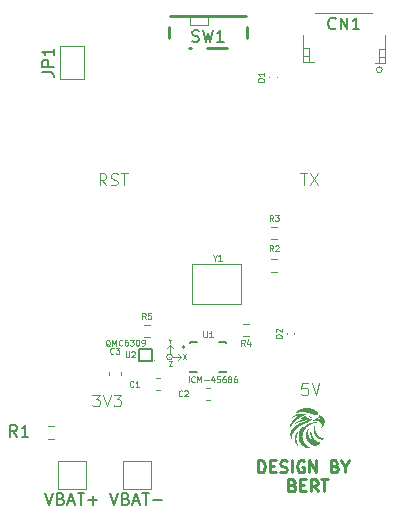
<source format=gto>
G04 #@! TF.GenerationSoftware,KiCad,Pcbnew,9.0.2*
G04 #@! TF.CreationDate,2025-06-20T18:51:20-07:00*
G04 #@! TF.ProjectId,slime_tracker,736c696d-655f-4747-9261-636b65722e6b,rev?*
G04 #@! TF.SameCoordinates,Original*
G04 #@! TF.FileFunction,Legend,Top*
G04 #@! TF.FilePolarity,Positive*
%FSLAX46Y46*%
G04 Gerber Fmt 4.6, Leading zero omitted, Abs format (unit mm)*
G04 Created by KiCad (PCBNEW 9.0.2) date 2025-06-20 18:51:20*
%MOMM*%
%LPD*%
G01*
G04 APERTURE LIST*
%ADD10C,0.100000*%
%ADD11C,0.250000*%
%ADD12C,0.125000*%
%ADD13C,0.150000*%
%ADD14C,0.050000*%
%ADD15C,0.120000*%
%ADD16C,0.200000*%
%ADD17C,0.127000*%
%ADD18C,0.170000*%
%ADD19C,0.000000*%
G04 APERTURE END LIST*
D10*
X138640000Y-95000000D02*
X142700000Y-95000000D01*
X138640000Y-91590000D02*
X138640000Y-95000000D01*
D11*
X144257143Y-109254675D02*
X144257143Y-108254675D01*
X144257143Y-108254675D02*
X144495238Y-108254675D01*
X144495238Y-108254675D02*
X144638095Y-108302294D01*
X144638095Y-108302294D02*
X144733333Y-108397532D01*
X144733333Y-108397532D02*
X144780952Y-108492770D01*
X144780952Y-108492770D02*
X144828571Y-108683246D01*
X144828571Y-108683246D02*
X144828571Y-108826103D01*
X144828571Y-108826103D02*
X144780952Y-109016579D01*
X144780952Y-109016579D02*
X144733333Y-109111817D01*
X144733333Y-109111817D02*
X144638095Y-109207056D01*
X144638095Y-109207056D02*
X144495238Y-109254675D01*
X144495238Y-109254675D02*
X144257143Y-109254675D01*
X145257143Y-108730865D02*
X145590476Y-108730865D01*
X145733333Y-109254675D02*
X145257143Y-109254675D01*
X145257143Y-109254675D02*
X145257143Y-108254675D01*
X145257143Y-108254675D02*
X145733333Y-108254675D01*
X146114286Y-109207056D02*
X146257143Y-109254675D01*
X146257143Y-109254675D02*
X146495238Y-109254675D01*
X146495238Y-109254675D02*
X146590476Y-109207056D01*
X146590476Y-109207056D02*
X146638095Y-109159436D01*
X146638095Y-109159436D02*
X146685714Y-109064198D01*
X146685714Y-109064198D02*
X146685714Y-108968960D01*
X146685714Y-108968960D02*
X146638095Y-108873722D01*
X146638095Y-108873722D02*
X146590476Y-108826103D01*
X146590476Y-108826103D02*
X146495238Y-108778484D01*
X146495238Y-108778484D02*
X146304762Y-108730865D01*
X146304762Y-108730865D02*
X146209524Y-108683246D01*
X146209524Y-108683246D02*
X146161905Y-108635627D01*
X146161905Y-108635627D02*
X146114286Y-108540389D01*
X146114286Y-108540389D02*
X146114286Y-108445151D01*
X146114286Y-108445151D02*
X146161905Y-108349913D01*
X146161905Y-108349913D02*
X146209524Y-108302294D01*
X146209524Y-108302294D02*
X146304762Y-108254675D01*
X146304762Y-108254675D02*
X146542857Y-108254675D01*
X146542857Y-108254675D02*
X146685714Y-108302294D01*
X147114286Y-109254675D02*
X147114286Y-108254675D01*
X148114285Y-108302294D02*
X148019047Y-108254675D01*
X148019047Y-108254675D02*
X147876190Y-108254675D01*
X147876190Y-108254675D02*
X147733333Y-108302294D01*
X147733333Y-108302294D02*
X147638095Y-108397532D01*
X147638095Y-108397532D02*
X147590476Y-108492770D01*
X147590476Y-108492770D02*
X147542857Y-108683246D01*
X147542857Y-108683246D02*
X147542857Y-108826103D01*
X147542857Y-108826103D02*
X147590476Y-109016579D01*
X147590476Y-109016579D02*
X147638095Y-109111817D01*
X147638095Y-109111817D02*
X147733333Y-109207056D01*
X147733333Y-109207056D02*
X147876190Y-109254675D01*
X147876190Y-109254675D02*
X147971428Y-109254675D01*
X147971428Y-109254675D02*
X148114285Y-109207056D01*
X148114285Y-109207056D02*
X148161904Y-109159436D01*
X148161904Y-109159436D02*
X148161904Y-108826103D01*
X148161904Y-108826103D02*
X147971428Y-108826103D01*
X148590476Y-109254675D02*
X148590476Y-108254675D01*
X148590476Y-108254675D02*
X149161904Y-109254675D01*
X149161904Y-109254675D02*
X149161904Y-108254675D01*
X150733333Y-108730865D02*
X150876190Y-108778484D01*
X150876190Y-108778484D02*
X150923809Y-108826103D01*
X150923809Y-108826103D02*
X150971428Y-108921341D01*
X150971428Y-108921341D02*
X150971428Y-109064198D01*
X150971428Y-109064198D02*
X150923809Y-109159436D01*
X150923809Y-109159436D02*
X150876190Y-109207056D01*
X150876190Y-109207056D02*
X150780952Y-109254675D01*
X150780952Y-109254675D02*
X150400000Y-109254675D01*
X150400000Y-109254675D02*
X150400000Y-108254675D01*
X150400000Y-108254675D02*
X150733333Y-108254675D01*
X150733333Y-108254675D02*
X150828571Y-108302294D01*
X150828571Y-108302294D02*
X150876190Y-108349913D01*
X150876190Y-108349913D02*
X150923809Y-108445151D01*
X150923809Y-108445151D02*
X150923809Y-108540389D01*
X150923809Y-108540389D02*
X150876190Y-108635627D01*
X150876190Y-108635627D02*
X150828571Y-108683246D01*
X150828571Y-108683246D02*
X150733333Y-108730865D01*
X150733333Y-108730865D02*
X150400000Y-108730865D01*
X151590476Y-108778484D02*
X151590476Y-109254675D01*
X151257143Y-108254675D02*
X151590476Y-108778484D01*
X151590476Y-108778484D02*
X151923809Y-108254675D01*
X147138095Y-110340809D02*
X147280952Y-110388428D01*
X147280952Y-110388428D02*
X147328571Y-110436047D01*
X147328571Y-110436047D02*
X147376190Y-110531285D01*
X147376190Y-110531285D02*
X147376190Y-110674142D01*
X147376190Y-110674142D02*
X147328571Y-110769380D01*
X147328571Y-110769380D02*
X147280952Y-110817000D01*
X147280952Y-110817000D02*
X147185714Y-110864619D01*
X147185714Y-110864619D02*
X146804762Y-110864619D01*
X146804762Y-110864619D02*
X146804762Y-109864619D01*
X146804762Y-109864619D02*
X147138095Y-109864619D01*
X147138095Y-109864619D02*
X147233333Y-109912238D01*
X147233333Y-109912238D02*
X147280952Y-109959857D01*
X147280952Y-109959857D02*
X147328571Y-110055095D01*
X147328571Y-110055095D02*
X147328571Y-110150333D01*
X147328571Y-110150333D02*
X147280952Y-110245571D01*
X147280952Y-110245571D02*
X147233333Y-110293190D01*
X147233333Y-110293190D02*
X147138095Y-110340809D01*
X147138095Y-110340809D02*
X146804762Y-110340809D01*
X147804762Y-110340809D02*
X148138095Y-110340809D01*
X148280952Y-110864619D02*
X147804762Y-110864619D01*
X147804762Y-110864619D02*
X147804762Y-109864619D01*
X147804762Y-109864619D02*
X148280952Y-109864619D01*
X149280952Y-110864619D02*
X148947619Y-110388428D01*
X148709524Y-110864619D02*
X148709524Y-109864619D01*
X148709524Y-109864619D02*
X149090476Y-109864619D01*
X149090476Y-109864619D02*
X149185714Y-109912238D01*
X149185714Y-109912238D02*
X149233333Y-109959857D01*
X149233333Y-109959857D02*
X149280952Y-110055095D01*
X149280952Y-110055095D02*
X149280952Y-110197952D01*
X149280952Y-110197952D02*
X149233333Y-110293190D01*
X149233333Y-110293190D02*
X149185714Y-110340809D01*
X149185714Y-110340809D02*
X149090476Y-110388428D01*
X149090476Y-110388428D02*
X148709524Y-110388428D01*
X149566667Y-109864619D02*
X150138095Y-109864619D01*
X149852381Y-110864619D02*
X149852381Y-109864619D01*
D12*
X140561905Y-91086714D02*
X140561905Y-91324809D01*
X140395239Y-90824809D02*
X140561905Y-91086714D01*
X140561905Y-91086714D02*
X140728572Y-90824809D01*
X141157143Y-91324809D02*
X140871429Y-91324809D01*
X141014286Y-91324809D02*
X141014286Y-90824809D01*
X141014286Y-90824809D02*
X140966667Y-90896238D01*
X140966667Y-90896238D02*
X140919048Y-90943857D01*
X140919048Y-90943857D02*
X140871429Y-90967666D01*
D10*
X147821027Y-83947419D02*
X148392455Y-83947419D01*
X148106741Y-84947419D02*
X148106741Y-83947419D01*
X148630551Y-83947419D02*
X149297217Y-84947419D01*
X149297217Y-83947419D02*
X148630551Y-84947419D01*
X130208646Y-102672419D02*
X130827693Y-102672419D01*
X130827693Y-102672419D02*
X130494360Y-103053371D01*
X130494360Y-103053371D02*
X130637217Y-103053371D01*
X130637217Y-103053371D02*
X130732455Y-103100990D01*
X130732455Y-103100990D02*
X130780074Y-103148609D01*
X130780074Y-103148609D02*
X130827693Y-103243847D01*
X130827693Y-103243847D02*
X130827693Y-103481942D01*
X130827693Y-103481942D02*
X130780074Y-103577180D01*
X130780074Y-103577180D02*
X130732455Y-103624800D01*
X130732455Y-103624800D02*
X130637217Y-103672419D01*
X130637217Y-103672419D02*
X130351503Y-103672419D01*
X130351503Y-103672419D02*
X130256265Y-103624800D01*
X130256265Y-103624800D02*
X130208646Y-103577180D01*
X131113408Y-102672419D02*
X131446741Y-103672419D01*
X131446741Y-103672419D02*
X131780074Y-102672419D01*
X132018170Y-102672419D02*
X132637217Y-102672419D01*
X132637217Y-102672419D02*
X132303884Y-103053371D01*
X132303884Y-103053371D02*
X132446741Y-103053371D01*
X132446741Y-103053371D02*
X132541979Y-103100990D01*
X132541979Y-103100990D02*
X132589598Y-103148609D01*
X132589598Y-103148609D02*
X132637217Y-103243847D01*
X132637217Y-103243847D02*
X132637217Y-103481942D01*
X132637217Y-103481942D02*
X132589598Y-103577180D01*
X132589598Y-103577180D02*
X132541979Y-103624800D01*
X132541979Y-103624800D02*
X132446741Y-103672419D01*
X132446741Y-103672419D02*
X132161027Y-103672419D01*
X132161027Y-103672419D02*
X132065789Y-103624800D01*
X132065789Y-103624800D02*
X132018170Y-103577180D01*
X131390312Y-84947419D02*
X131056979Y-84471228D01*
X130818884Y-84947419D02*
X130818884Y-83947419D01*
X130818884Y-83947419D02*
X131199836Y-83947419D01*
X131199836Y-83947419D02*
X131295074Y-83995038D01*
X131295074Y-83995038D02*
X131342693Y-84042657D01*
X131342693Y-84042657D02*
X131390312Y-84137895D01*
X131390312Y-84137895D02*
X131390312Y-84280752D01*
X131390312Y-84280752D02*
X131342693Y-84375990D01*
X131342693Y-84375990D02*
X131295074Y-84423609D01*
X131295074Y-84423609D02*
X131199836Y-84471228D01*
X131199836Y-84471228D02*
X130818884Y-84471228D01*
X131771265Y-84899800D02*
X131914122Y-84947419D01*
X131914122Y-84947419D02*
X132152217Y-84947419D01*
X132152217Y-84947419D02*
X132247455Y-84899800D01*
X132247455Y-84899800D02*
X132295074Y-84852180D01*
X132295074Y-84852180D02*
X132342693Y-84756942D01*
X132342693Y-84756942D02*
X132342693Y-84661704D01*
X132342693Y-84661704D02*
X132295074Y-84566466D01*
X132295074Y-84566466D02*
X132247455Y-84518847D01*
X132247455Y-84518847D02*
X132152217Y-84471228D01*
X132152217Y-84471228D02*
X131961741Y-84423609D01*
X131961741Y-84423609D02*
X131866503Y-84375990D01*
X131866503Y-84375990D02*
X131818884Y-84328371D01*
X131818884Y-84328371D02*
X131771265Y-84233133D01*
X131771265Y-84233133D02*
X131771265Y-84137895D01*
X131771265Y-84137895D02*
X131818884Y-84042657D01*
X131818884Y-84042657D02*
X131866503Y-83995038D01*
X131866503Y-83995038D02*
X131961741Y-83947419D01*
X131961741Y-83947419D02*
X132199836Y-83947419D01*
X132199836Y-83947419D02*
X132342693Y-83995038D01*
X132628408Y-83947419D02*
X133199836Y-83947419D01*
X132914122Y-84947419D02*
X132914122Y-83947419D01*
X148440074Y-101727419D02*
X147963884Y-101727419D01*
X147963884Y-101727419D02*
X147916265Y-102203609D01*
X147916265Y-102203609D02*
X147963884Y-102155990D01*
X147963884Y-102155990D02*
X148059122Y-102108371D01*
X148059122Y-102108371D02*
X148297217Y-102108371D01*
X148297217Y-102108371D02*
X148392455Y-102155990D01*
X148392455Y-102155990D02*
X148440074Y-102203609D01*
X148440074Y-102203609D02*
X148487693Y-102298847D01*
X148487693Y-102298847D02*
X148487693Y-102536942D01*
X148487693Y-102536942D02*
X148440074Y-102632180D01*
X148440074Y-102632180D02*
X148392455Y-102679800D01*
X148392455Y-102679800D02*
X148297217Y-102727419D01*
X148297217Y-102727419D02*
X148059122Y-102727419D01*
X148059122Y-102727419D02*
X147963884Y-102679800D01*
X147963884Y-102679800D02*
X147916265Y-102632180D01*
X148773408Y-101727419D02*
X149106741Y-102727419D01*
X149106741Y-102727419D02*
X149440074Y-101727419D01*
D13*
X131738095Y-111004819D02*
X132071428Y-112004819D01*
X132071428Y-112004819D02*
X132404761Y-111004819D01*
X133071428Y-111481009D02*
X133214285Y-111528628D01*
X133214285Y-111528628D02*
X133261904Y-111576247D01*
X133261904Y-111576247D02*
X133309523Y-111671485D01*
X133309523Y-111671485D02*
X133309523Y-111814342D01*
X133309523Y-111814342D02*
X133261904Y-111909580D01*
X133261904Y-111909580D02*
X133214285Y-111957200D01*
X133214285Y-111957200D02*
X133119047Y-112004819D01*
X133119047Y-112004819D02*
X132738095Y-112004819D01*
X132738095Y-112004819D02*
X132738095Y-111004819D01*
X132738095Y-111004819D02*
X133071428Y-111004819D01*
X133071428Y-111004819D02*
X133166666Y-111052438D01*
X133166666Y-111052438D02*
X133214285Y-111100057D01*
X133214285Y-111100057D02*
X133261904Y-111195295D01*
X133261904Y-111195295D02*
X133261904Y-111290533D01*
X133261904Y-111290533D02*
X133214285Y-111385771D01*
X133214285Y-111385771D02*
X133166666Y-111433390D01*
X133166666Y-111433390D02*
X133071428Y-111481009D01*
X133071428Y-111481009D02*
X132738095Y-111481009D01*
X133690476Y-111719104D02*
X134166666Y-111719104D01*
X133595238Y-112004819D02*
X133928571Y-111004819D01*
X133928571Y-111004819D02*
X134261904Y-112004819D01*
X134452381Y-111004819D02*
X135023809Y-111004819D01*
X134738095Y-112004819D02*
X134738095Y-111004819D01*
X135357143Y-111623866D02*
X136119048Y-111623866D01*
X123833333Y-106254819D02*
X123500000Y-105778628D01*
X123261905Y-106254819D02*
X123261905Y-105254819D01*
X123261905Y-105254819D02*
X123642857Y-105254819D01*
X123642857Y-105254819D02*
X123738095Y-105302438D01*
X123738095Y-105302438D02*
X123785714Y-105350057D01*
X123785714Y-105350057D02*
X123833333Y-105445295D01*
X123833333Y-105445295D02*
X123833333Y-105588152D01*
X123833333Y-105588152D02*
X123785714Y-105683390D01*
X123785714Y-105683390D02*
X123738095Y-105731009D01*
X123738095Y-105731009D02*
X123642857Y-105778628D01*
X123642857Y-105778628D02*
X123261905Y-105778628D01*
X124785714Y-106254819D02*
X124214286Y-106254819D01*
X124500000Y-106254819D02*
X124500000Y-105254819D01*
X124500000Y-105254819D02*
X124404762Y-105397676D01*
X124404762Y-105397676D02*
X124309524Y-105492914D01*
X124309524Y-105492914D02*
X124214286Y-105540533D01*
D12*
X145504166Y-90544809D02*
X145337500Y-90306714D01*
X145218452Y-90544809D02*
X145218452Y-90044809D01*
X145218452Y-90044809D02*
X145408928Y-90044809D01*
X145408928Y-90044809D02*
X145456547Y-90068619D01*
X145456547Y-90068619D02*
X145480357Y-90092428D01*
X145480357Y-90092428D02*
X145504166Y-90140047D01*
X145504166Y-90140047D02*
X145504166Y-90211476D01*
X145504166Y-90211476D02*
X145480357Y-90259095D01*
X145480357Y-90259095D02*
X145456547Y-90282904D01*
X145456547Y-90282904D02*
X145408928Y-90306714D01*
X145408928Y-90306714D02*
X145218452Y-90306714D01*
X145694643Y-90092428D02*
X145718452Y-90068619D01*
X145718452Y-90068619D02*
X145766071Y-90044809D01*
X145766071Y-90044809D02*
X145885119Y-90044809D01*
X145885119Y-90044809D02*
X145932738Y-90068619D01*
X145932738Y-90068619D02*
X145956547Y-90092428D01*
X145956547Y-90092428D02*
X145980357Y-90140047D01*
X145980357Y-90140047D02*
X145980357Y-90187666D01*
X145980357Y-90187666D02*
X145956547Y-90259095D01*
X145956547Y-90259095D02*
X145670833Y-90544809D01*
X145670833Y-90544809D02*
X145980357Y-90544809D01*
X145504166Y-87974809D02*
X145337500Y-87736714D01*
X145218452Y-87974809D02*
X145218452Y-87474809D01*
X145218452Y-87474809D02*
X145408928Y-87474809D01*
X145408928Y-87474809D02*
X145456547Y-87498619D01*
X145456547Y-87498619D02*
X145480357Y-87522428D01*
X145480357Y-87522428D02*
X145504166Y-87570047D01*
X145504166Y-87570047D02*
X145504166Y-87641476D01*
X145504166Y-87641476D02*
X145480357Y-87689095D01*
X145480357Y-87689095D02*
X145456547Y-87712904D01*
X145456547Y-87712904D02*
X145408928Y-87736714D01*
X145408928Y-87736714D02*
X145218452Y-87736714D01*
X145670833Y-87474809D02*
X145980357Y-87474809D01*
X145980357Y-87474809D02*
X145813690Y-87665285D01*
X145813690Y-87665285D02*
X145885119Y-87665285D01*
X145885119Y-87665285D02*
X145932738Y-87689095D01*
X145932738Y-87689095D02*
X145956547Y-87712904D01*
X145956547Y-87712904D02*
X145980357Y-87760523D01*
X145980357Y-87760523D02*
X145980357Y-87879571D01*
X145980357Y-87879571D02*
X145956547Y-87927190D01*
X145956547Y-87927190D02*
X145932738Y-87951000D01*
X145932738Y-87951000D02*
X145885119Y-87974809D01*
X145885119Y-87974809D02*
X145742262Y-87974809D01*
X145742262Y-87974809D02*
X145694643Y-87951000D01*
X145694643Y-87951000D02*
X145670833Y-87927190D01*
X143116666Y-98534809D02*
X142950000Y-98296714D01*
X142830952Y-98534809D02*
X142830952Y-98034809D01*
X142830952Y-98034809D02*
X143021428Y-98034809D01*
X143021428Y-98034809D02*
X143069047Y-98058619D01*
X143069047Y-98058619D02*
X143092857Y-98082428D01*
X143092857Y-98082428D02*
X143116666Y-98130047D01*
X143116666Y-98130047D02*
X143116666Y-98201476D01*
X143116666Y-98201476D02*
X143092857Y-98249095D01*
X143092857Y-98249095D02*
X143069047Y-98272904D01*
X143069047Y-98272904D02*
X143021428Y-98296714D01*
X143021428Y-98296714D02*
X142830952Y-98296714D01*
X143545238Y-98201476D02*
X143545238Y-98534809D01*
X143426190Y-98011000D02*
X143307143Y-98368142D01*
X143307143Y-98368142D02*
X143616666Y-98368142D01*
X134729166Y-96274809D02*
X134562500Y-96036714D01*
X134443452Y-96274809D02*
X134443452Y-95774809D01*
X134443452Y-95774809D02*
X134633928Y-95774809D01*
X134633928Y-95774809D02*
X134681547Y-95798619D01*
X134681547Y-95798619D02*
X134705357Y-95822428D01*
X134705357Y-95822428D02*
X134729166Y-95870047D01*
X134729166Y-95870047D02*
X134729166Y-95941476D01*
X134729166Y-95941476D02*
X134705357Y-95989095D01*
X134705357Y-95989095D02*
X134681547Y-96012904D01*
X134681547Y-96012904D02*
X134633928Y-96036714D01*
X134633928Y-96036714D02*
X134443452Y-96036714D01*
X135181547Y-95774809D02*
X134943452Y-95774809D01*
X134943452Y-95774809D02*
X134919643Y-96012904D01*
X134919643Y-96012904D02*
X134943452Y-95989095D01*
X134943452Y-95989095D02*
X134991071Y-95965285D01*
X134991071Y-95965285D02*
X135110119Y-95965285D01*
X135110119Y-95965285D02*
X135157738Y-95989095D01*
X135157738Y-95989095D02*
X135181547Y-96012904D01*
X135181547Y-96012904D02*
X135205357Y-96060523D01*
X135205357Y-96060523D02*
X135205357Y-96179571D01*
X135205357Y-96179571D02*
X135181547Y-96227190D01*
X135181547Y-96227190D02*
X135157738Y-96251000D01*
X135157738Y-96251000D02*
X135110119Y-96274809D01*
X135110119Y-96274809D02*
X134991071Y-96274809D01*
X134991071Y-96274809D02*
X134943452Y-96251000D01*
X134943452Y-96251000D02*
X134919643Y-96227190D01*
D13*
X138666667Y-72767200D02*
X138809524Y-72814819D01*
X138809524Y-72814819D02*
X139047619Y-72814819D01*
X139047619Y-72814819D02*
X139142857Y-72767200D01*
X139142857Y-72767200D02*
X139190476Y-72719580D01*
X139190476Y-72719580D02*
X139238095Y-72624342D01*
X139238095Y-72624342D02*
X139238095Y-72529104D01*
X139238095Y-72529104D02*
X139190476Y-72433866D01*
X139190476Y-72433866D02*
X139142857Y-72386247D01*
X139142857Y-72386247D02*
X139047619Y-72338628D01*
X139047619Y-72338628D02*
X138857143Y-72291009D01*
X138857143Y-72291009D02*
X138761905Y-72243390D01*
X138761905Y-72243390D02*
X138714286Y-72195771D01*
X138714286Y-72195771D02*
X138666667Y-72100533D01*
X138666667Y-72100533D02*
X138666667Y-72005295D01*
X138666667Y-72005295D02*
X138714286Y-71910057D01*
X138714286Y-71910057D02*
X138761905Y-71862438D01*
X138761905Y-71862438D02*
X138857143Y-71814819D01*
X138857143Y-71814819D02*
X139095238Y-71814819D01*
X139095238Y-71814819D02*
X139238095Y-71862438D01*
X139571429Y-71814819D02*
X139809524Y-72814819D01*
X139809524Y-72814819D02*
X140000000Y-72100533D01*
X140000000Y-72100533D02*
X140190476Y-72814819D01*
X140190476Y-72814819D02*
X140428572Y-71814819D01*
X141333333Y-72814819D02*
X140761905Y-72814819D01*
X141047619Y-72814819D02*
X141047619Y-71814819D01*
X141047619Y-71814819D02*
X140952381Y-71957676D01*
X140952381Y-71957676D02*
X140857143Y-72052914D01*
X140857143Y-72052914D02*
X140761905Y-72100533D01*
D12*
X139619047Y-97324809D02*
X139619047Y-97729571D01*
X139619047Y-97729571D02*
X139642857Y-97777190D01*
X139642857Y-97777190D02*
X139666666Y-97801000D01*
X139666666Y-97801000D02*
X139714285Y-97824809D01*
X139714285Y-97824809D02*
X139809523Y-97824809D01*
X139809523Y-97824809D02*
X139857142Y-97801000D01*
X139857142Y-97801000D02*
X139880952Y-97777190D01*
X139880952Y-97777190D02*
X139904761Y-97729571D01*
X139904761Y-97729571D02*
X139904761Y-97324809D01*
X140404762Y-97824809D02*
X140119048Y-97824809D01*
X140261905Y-97824809D02*
X140261905Y-97324809D01*
X140261905Y-97324809D02*
X140214286Y-97396238D01*
X140214286Y-97396238D02*
X140166667Y-97443857D01*
X140166667Y-97443857D02*
X140119048Y-97467666D01*
X138364286Y-101624809D02*
X138364286Y-101124809D01*
X138888095Y-101577190D02*
X138864286Y-101601000D01*
X138864286Y-101601000D02*
X138792857Y-101624809D01*
X138792857Y-101624809D02*
X138745238Y-101624809D01*
X138745238Y-101624809D02*
X138673810Y-101601000D01*
X138673810Y-101601000D02*
X138626191Y-101553380D01*
X138626191Y-101553380D02*
X138602381Y-101505761D01*
X138602381Y-101505761D02*
X138578572Y-101410523D01*
X138578572Y-101410523D02*
X138578572Y-101339095D01*
X138578572Y-101339095D02*
X138602381Y-101243857D01*
X138602381Y-101243857D02*
X138626191Y-101196238D01*
X138626191Y-101196238D02*
X138673810Y-101148619D01*
X138673810Y-101148619D02*
X138745238Y-101124809D01*
X138745238Y-101124809D02*
X138792857Y-101124809D01*
X138792857Y-101124809D02*
X138864286Y-101148619D01*
X138864286Y-101148619D02*
X138888095Y-101172428D01*
X139102381Y-101624809D02*
X139102381Y-101124809D01*
X139102381Y-101124809D02*
X139269048Y-101481952D01*
X139269048Y-101481952D02*
X139435714Y-101124809D01*
X139435714Y-101124809D02*
X139435714Y-101624809D01*
X139673810Y-101434333D02*
X140054763Y-101434333D01*
X140507144Y-101291476D02*
X140507144Y-101624809D01*
X140388096Y-101101000D02*
X140269049Y-101458142D01*
X140269049Y-101458142D02*
X140578572Y-101458142D01*
X141007143Y-101124809D02*
X140769048Y-101124809D01*
X140769048Y-101124809D02*
X140745239Y-101362904D01*
X140745239Y-101362904D02*
X140769048Y-101339095D01*
X140769048Y-101339095D02*
X140816667Y-101315285D01*
X140816667Y-101315285D02*
X140935715Y-101315285D01*
X140935715Y-101315285D02*
X140983334Y-101339095D01*
X140983334Y-101339095D02*
X141007143Y-101362904D01*
X141007143Y-101362904D02*
X141030953Y-101410523D01*
X141030953Y-101410523D02*
X141030953Y-101529571D01*
X141030953Y-101529571D02*
X141007143Y-101577190D01*
X141007143Y-101577190D02*
X140983334Y-101601000D01*
X140983334Y-101601000D02*
X140935715Y-101624809D01*
X140935715Y-101624809D02*
X140816667Y-101624809D01*
X140816667Y-101624809D02*
X140769048Y-101601000D01*
X140769048Y-101601000D02*
X140745239Y-101577190D01*
X141459524Y-101124809D02*
X141364286Y-101124809D01*
X141364286Y-101124809D02*
X141316667Y-101148619D01*
X141316667Y-101148619D02*
X141292857Y-101172428D01*
X141292857Y-101172428D02*
X141245238Y-101243857D01*
X141245238Y-101243857D02*
X141221429Y-101339095D01*
X141221429Y-101339095D02*
X141221429Y-101529571D01*
X141221429Y-101529571D02*
X141245238Y-101577190D01*
X141245238Y-101577190D02*
X141269048Y-101601000D01*
X141269048Y-101601000D02*
X141316667Y-101624809D01*
X141316667Y-101624809D02*
X141411905Y-101624809D01*
X141411905Y-101624809D02*
X141459524Y-101601000D01*
X141459524Y-101601000D02*
X141483333Y-101577190D01*
X141483333Y-101577190D02*
X141507143Y-101529571D01*
X141507143Y-101529571D02*
X141507143Y-101410523D01*
X141507143Y-101410523D02*
X141483333Y-101362904D01*
X141483333Y-101362904D02*
X141459524Y-101339095D01*
X141459524Y-101339095D02*
X141411905Y-101315285D01*
X141411905Y-101315285D02*
X141316667Y-101315285D01*
X141316667Y-101315285D02*
X141269048Y-101339095D01*
X141269048Y-101339095D02*
X141245238Y-101362904D01*
X141245238Y-101362904D02*
X141221429Y-101410523D01*
X141792857Y-101339095D02*
X141745238Y-101315285D01*
X141745238Y-101315285D02*
X141721428Y-101291476D01*
X141721428Y-101291476D02*
X141697619Y-101243857D01*
X141697619Y-101243857D02*
X141697619Y-101220047D01*
X141697619Y-101220047D02*
X141721428Y-101172428D01*
X141721428Y-101172428D02*
X141745238Y-101148619D01*
X141745238Y-101148619D02*
X141792857Y-101124809D01*
X141792857Y-101124809D02*
X141888095Y-101124809D01*
X141888095Y-101124809D02*
X141935714Y-101148619D01*
X141935714Y-101148619D02*
X141959523Y-101172428D01*
X141959523Y-101172428D02*
X141983333Y-101220047D01*
X141983333Y-101220047D02*
X141983333Y-101243857D01*
X141983333Y-101243857D02*
X141959523Y-101291476D01*
X141959523Y-101291476D02*
X141935714Y-101315285D01*
X141935714Y-101315285D02*
X141888095Y-101339095D01*
X141888095Y-101339095D02*
X141792857Y-101339095D01*
X141792857Y-101339095D02*
X141745238Y-101362904D01*
X141745238Y-101362904D02*
X141721428Y-101386714D01*
X141721428Y-101386714D02*
X141697619Y-101434333D01*
X141697619Y-101434333D02*
X141697619Y-101529571D01*
X141697619Y-101529571D02*
X141721428Y-101577190D01*
X141721428Y-101577190D02*
X141745238Y-101601000D01*
X141745238Y-101601000D02*
X141792857Y-101624809D01*
X141792857Y-101624809D02*
X141888095Y-101624809D01*
X141888095Y-101624809D02*
X141935714Y-101601000D01*
X141935714Y-101601000D02*
X141959523Y-101577190D01*
X141959523Y-101577190D02*
X141983333Y-101529571D01*
X141983333Y-101529571D02*
X141983333Y-101434333D01*
X141983333Y-101434333D02*
X141959523Y-101386714D01*
X141959523Y-101386714D02*
X141935714Y-101362904D01*
X141935714Y-101362904D02*
X141888095Y-101339095D01*
X142411904Y-101124809D02*
X142316666Y-101124809D01*
X142316666Y-101124809D02*
X142269047Y-101148619D01*
X142269047Y-101148619D02*
X142245237Y-101172428D01*
X142245237Y-101172428D02*
X142197618Y-101243857D01*
X142197618Y-101243857D02*
X142173809Y-101339095D01*
X142173809Y-101339095D02*
X142173809Y-101529571D01*
X142173809Y-101529571D02*
X142197618Y-101577190D01*
X142197618Y-101577190D02*
X142221428Y-101601000D01*
X142221428Y-101601000D02*
X142269047Y-101624809D01*
X142269047Y-101624809D02*
X142364285Y-101624809D01*
X142364285Y-101624809D02*
X142411904Y-101601000D01*
X142411904Y-101601000D02*
X142435713Y-101577190D01*
X142435713Y-101577190D02*
X142459523Y-101529571D01*
X142459523Y-101529571D02*
X142459523Y-101410523D01*
X142459523Y-101410523D02*
X142435713Y-101362904D01*
X142435713Y-101362904D02*
X142411904Y-101339095D01*
X142411904Y-101339095D02*
X142364285Y-101315285D01*
X142364285Y-101315285D02*
X142269047Y-101315285D01*
X142269047Y-101315285D02*
X142221428Y-101339095D01*
X142221428Y-101339095D02*
X142197618Y-101362904D01*
X142197618Y-101362904D02*
X142173809Y-101410523D01*
D14*
X137890036Y-99248447D02*
X138156703Y-99648447D01*
X138156703Y-99248447D02*
X137890036Y-99648447D01*
X136690036Y-99848447D02*
X136956703Y-99848447D01*
X136956703Y-99848447D02*
X136690036Y-100248447D01*
X136690036Y-100248447D02*
X136956703Y-100248447D01*
X136804322Y-98157971D02*
X136804322Y-98348447D01*
X136670989Y-97948447D02*
X136804322Y-98157971D01*
X136804322Y-98157971D02*
X136937655Y-97948447D01*
D12*
X133691666Y-101977190D02*
X133667857Y-102001000D01*
X133667857Y-102001000D02*
X133596428Y-102024809D01*
X133596428Y-102024809D02*
X133548809Y-102024809D01*
X133548809Y-102024809D02*
X133477381Y-102001000D01*
X133477381Y-102001000D02*
X133429762Y-101953380D01*
X133429762Y-101953380D02*
X133405952Y-101905761D01*
X133405952Y-101905761D02*
X133382143Y-101810523D01*
X133382143Y-101810523D02*
X133382143Y-101739095D01*
X133382143Y-101739095D02*
X133405952Y-101643857D01*
X133405952Y-101643857D02*
X133429762Y-101596238D01*
X133429762Y-101596238D02*
X133477381Y-101548619D01*
X133477381Y-101548619D02*
X133548809Y-101524809D01*
X133548809Y-101524809D02*
X133596428Y-101524809D01*
X133596428Y-101524809D02*
X133667857Y-101548619D01*
X133667857Y-101548619D02*
X133691666Y-101572428D01*
X134167857Y-102024809D02*
X133882143Y-102024809D01*
X134025000Y-102024809D02*
X134025000Y-101524809D01*
X134025000Y-101524809D02*
X133977381Y-101596238D01*
X133977381Y-101596238D02*
X133929762Y-101643857D01*
X133929762Y-101643857D02*
X133882143Y-101667666D01*
X137816666Y-102777190D02*
X137792857Y-102801000D01*
X137792857Y-102801000D02*
X137721428Y-102824809D01*
X137721428Y-102824809D02*
X137673809Y-102824809D01*
X137673809Y-102824809D02*
X137602381Y-102801000D01*
X137602381Y-102801000D02*
X137554762Y-102753380D01*
X137554762Y-102753380D02*
X137530952Y-102705761D01*
X137530952Y-102705761D02*
X137507143Y-102610523D01*
X137507143Y-102610523D02*
X137507143Y-102539095D01*
X137507143Y-102539095D02*
X137530952Y-102443857D01*
X137530952Y-102443857D02*
X137554762Y-102396238D01*
X137554762Y-102396238D02*
X137602381Y-102348619D01*
X137602381Y-102348619D02*
X137673809Y-102324809D01*
X137673809Y-102324809D02*
X137721428Y-102324809D01*
X137721428Y-102324809D02*
X137792857Y-102348619D01*
X137792857Y-102348619D02*
X137816666Y-102372428D01*
X138007143Y-102372428D02*
X138030952Y-102348619D01*
X138030952Y-102348619D02*
X138078571Y-102324809D01*
X138078571Y-102324809D02*
X138197619Y-102324809D01*
X138197619Y-102324809D02*
X138245238Y-102348619D01*
X138245238Y-102348619D02*
X138269047Y-102372428D01*
X138269047Y-102372428D02*
X138292857Y-102420047D01*
X138292857Y-102420047D02*
X138292857Y-102467666D01*
X138292857Y-102467666D02*
X138269047Y-102539095D01*
X138269047Y-102539095D02*
X137983333Y-102824809D01*
X137983333Y-102824809D02*
X138292857Y-102824809D01*
X132016666Y-99177190D02*
X131992857Y-99201000D01*
X131992857Y-99201000D02*
X131921428Y-99224809D01*
X131921428Y-99224809D02*
X131873809Y-99224809D01*
X131873809Y-99224809D02*
X131802381Y-99201000D01*
X131802381Y-99201000D02*
X131754762Y-99153380D01*
X131754762Y-99153380D02*
X131730952Y-99105761D01*
X131730952Y-99105761D02*
X131707143Y-99010523D01*
X131707143Y-99010523D02*
X131707143Y-98939095D01*
X131707143Y-98939095D02*
X131730952Y-98843857D01*
X131730952Y-98843857D02*
X131754762Y-98796238D01*
X131754762Y-98796238D02*
X131802381Y-98748619D01*
X131802381Y-98748619D02*
X131873809Y-98724809D01*
X131873809Y-98724809D02*
X131921428Y-98724809D01*
X131921428Y-98724809D02*
X131992857Y-98748619D01*
X131992857Y-98748619D02*
X132016666Y-98772428D01*
X132183333Y-98724809D02*
X132492857Y-98724809D01*
X132492857Y-98724809D02*
X132326190Y-98915285D01*
X132326190Y-98915285D02*
X132397619Y-98915285D01*
X132397619Y-98915285D02*
X132445238Y-98939095D01*
X132445238Y-98939095D02*
X132469047Y-98962904D01*
X132469047Y-98962904D02*
X132492857Y-99010523D01*
X132492857Y-99010523D02*
X132492857Y-99129571D01*
X132492857Y-99129571D02*
X132469047Y-99177190D01*
X132469047Y-99177190D02*
X132445238Y-99201000D01*
X132445238Y-99201000D02*
X132397619Y-99224809D01*
X132397619Y-99224809D02*
X132254762Y-99224809D01*
X132254762Y-99224809D02*
X132207143Y-99201000D01*
X132207143Y-99201000D02*
X132183333Y-99177190D01*
X133019047Y-99024809D02*
X133019047Y-99429571D01*
X133019047Y-99429571D02*
X133042857Y-99477190D01*
X133042857Y-99477190D02*
X133066666Y-99501000D01*
X133066666Y-99501000D02*
X133114285Y-99524809D01*
X133114285Y-99524809D02*
X133209523Y-99524809D01*
X133209523Y-99524809D02*
X133257142Y-99501000D01*
X133257142Y-99501000D02*
X133280952Y-99477190D01*
X133280952Y-99477190D02*
X133304761Y-99429571D01*
X133304761Y-99429571D02*
X133304761Y-99024809D01*
X133519048Y-99072428D02*
X133542857Y-99048619D01*
X133542857Y-99048619D02*
X133590476Y-99024809D01*
X133590476Y-99024809D02*
X133709524Y-99024809D01*
X133709524Y-99024809D02*
X133757143Y-99048619D01*
X133757143Y-99048619D02*
X133780952Y-99072428D01*
X133780952Y-99072428D02*
X133804762Y-99120047D01*
X133804762Y-99120047D02*
X133804762Y-99167666D01*
X133804762Y-99167666D02*
X133780952Y-99239095D01*
X133780952Y-99239095D02*
X133495238Y-99524809D01*
X133495238Y-99524809D02*
X133804762Y-99524809D01*
D10*
X131702381Y-98573728D02*
X131654762Y-98549919D01*
X131654762Y-98549919D02*
X131607143Y-98502300D01*
X131607143Y-98502300D02*
X131535715Y-98430871D01*
X131535715Y-98430871D02*
X131488096Y-98407061D01*
X131488096Y-98407061D02*
X131440477Y-98407061D01*
X131464286Y-98526109D02*
X131416667Y-98502300D01*
X131416667Y-98502300D02*
X131369048Y-98454680D01*
X131369048Y-98454680D02*
X131345239Y-98359442D01*
X131345239Y-98359442D02*
X131345239Y-98192776D01*
X131345239Y-98192776D02*
X131369048Y-98097538D01*
X131369048Y-98097538D02*
X131416667Y-98049919D01*
X131416667Y-98049919D02*
X131464286Y-98026109D01*
X131464286Y-98026109D02*
X131559524Y-98026109D01*
X131559524Y-98026109D02*
X131607143Y-98049919D01*
X131607143Y-98049919D02*
X131654762Y-98097538D01*
X131654762Y-98097538D02*
X131678572Y-98192776D01*
X131678572Y-98192776D02*
X131678572Y-98359442D01*
X131678572Y-98359442D02*
X131654762Y-98454680D01*
X131654762Y-98454680D02*
X131607143Y-98502300D01*
X131607143Y-98502300D02*
X131559524Y-98526109D01*
X131559524Y-98526109D02*
X131464286Y-98526109D01*
X131892858Y-98526109D02*
X131892858Y-98026109D01*
X131892858Y-98026109D02*
X132059525Y-98383252D01*
X132059525Y-98383252D02*
X132226191Y-98026109D01*
X132226191Y-98026109D02*
X132226191Y-98526109D01*
X132750001Y-98478490D02*
X132726192Y-98502300D01*
X132726192Y-98502300D02*
X132654763Y-98526109D01*
X132654763Y-98526109D02*
X132607144Y-98526109D01*
X132607144Y-98526109D02*
X132535716Y-98502300D01*
X132535716Y-98502300D02*
X132488097Y-98454680D01*
X132488097Y-98454680D02*
X132464287Y-98407061D01*
X132464287Y-98407061D02*
X132440478Y-98311823D01*
X132440478Y-98311823D02*
X132440478Y-98240395D01*
X132440478Y-98240395D02*
X132464287Y-98145157D01*
X132464287Y-98145157D02*
X132488097Y-98097538D01*
X132488097Y-98097538D02*
X132535716Y-98049919D01*
X132535716Y-98049919D02*
X132607144Y-98026109D01*
X132607144Y-98026109D02*
X132654763Y-98026109D01*
X132654763Y-98026109D02*
X132726192Y-98049919D01*
X132726192Y-98049919D02*
X132750001Y-98073728D01*
X133178573Y-98026109D02*
X133083335Y-98026109D01*
X133083335Y-98026109D02*
X133035716Y-98049919D01*
X133035716Y-98049919D02*
X133011906Y-98073728D01*
X133011906Y-98073728D02*
X132964287Y-98145157D01*
X132964287Y-98145157D02*
X132940478Y-98240395D01*
X132940478Y-98240395D02*
X132940478Y-98430871D01*
X132940478Y-98430871D02*
X132964287Y-98478490D01*
X132964287Y-98478490D02*
X132988097Y-98502300D01*
X132988097Y-98502300D02*
X133035716Y-98526109D01*
X133035716Y-98526109D02*
X133130954Y-98526109D01*
X133130954Y-98526109D02*
X133178573Y-98502300D01*
X133178573Y-98502300D02*
X133202382Y-98478490D01*
X133202382Y-98478490D02*
X133226192Y-98430871D01*
X133226192Y-98430871D02*
X133226192Y-98311823D01*
X133226192Y-98311823D02*
X133202382Y-98264204D01*
X133202382Y-98264204D02*
X133178573Y-98240395D01*
X133178573Y-98240395D02*
X133130954Y-98216585D01*
X133130954Y-98216585D02*
X133035716Y-98216585D01*
X133035716Y-98216585D02*
X132988097Y-98240395D01*
X132988097Y-98240395D02*
X132964287Y-98264204D01*
X132964287Y-98264204D02*
X132940478Y-98311823D01*
X133392858Y-98026109D02*
X133702382Y-98026109D01*
X133702382Y-98026109D02*
X133535715Y-98216585D01*
X133535715Y-98216585D02*
X133607144Y-98216585D01*
X133607144Y-98216585D02*
X133654763Y-98240395D01*
X133654763Y-98240395D02*
X133678572Y-98264204D01*
X133678572Y-98264204D02*
X133702382Y-98311823D01*
X133702382Y-98311823D02*
X133702382Y-98430871D01*
X133702382Y-98430871D02*
X133678572Y-98478490D01*
X133678572Y-98478490D02*
X133654763Y-98502300D01*
X133654763Y-98502300D02*
X133607144Y-98526109D01*
X133607144Y-98526109D02*
X133464287Y-98526109D01*
X133464287Y-98526109D02*
X133416668Y-98502300D01*
X133416668Y-98502300D02*
X133392858Y-98478490D01*
X134011905Y-98026109D02*
X134059524Y-98026109D01*
X134059524Y-98026109D02*
X134107143Y-98049919D01*
X134107143Y-98049919D02*
X134130953Y-98073728D01*
X134130953Y-98073728D02*
X134154762Y-98121347D01*
X134154762Y-98121347D02*
X134178572Y-98216585D01*
X134178572Y-98216585D02*
X134178572Y-98335633D01*
X134178572Y-98335633D02*
X134154762Y-98430871D01*
X134154762Y-98430871D02*
X134130953Y-98478490D01*
X134130953Y-98478490D02*
X134107143Y-98502300D01*
X134107143Y-98502300D02*
X134059524Y-98526109D01*
X134059524Y-98526109D02*
X134011905Y-98526109D01*
X134011905Y-98526109D02*
X133964286Y-98502300D01*
X133964286Y-98502300D02*
X133940477Y-98478490D01*
X133940477Y-98478490D02*
X133916667Y-98430871D01*
X133916667Y-98430871D02*
X133892858Y-98335633D01*
X133892858Y-98335633D02*
X133892858Y-98216585D01*
X133892858Y-98216585D02*
X133916667Y-98121347D01*
X133916667Y-98121347D02*
X133940477Y-98073728D01*
X133940477Y-98073728D02*
X133964286Y-98049919D01*
X133964286Y-98049919D02*
X134011905Y-98026109D01*
X134416667Y-98526109D02*
X134511905Y-98526109D01*
X134511905Y-98526109D02*
X134559524Y-98502300D01*
X134559524Y-98502300D02*
X134583333Y-98478490D01*
X134583333Y-98478490D02*
X134630952Y-98407061D01*
X134630952Y-98407061D02*
X134654762Y-98311823D01*
X134654762Y-98311823D02*
X134654762Y-98121347D01*
X134654762Y-98121347D02*
X134630952Y-98073728D01*
X134630952Y-98073728D02*
X134607143Y-98049919D01*
X134607143Y-98049919D02*
X134559524Y-98026109D01*
X134559524Y-98026109D02*
X134464286Y-98026109D01*
X134464286Y-98026109D02*
X134416667Y-98049919D01*
X134416667Y-98049919D02*
X134392857Y-98073728D01*
X134392857Y-98073728D02*
X134369048Y-98121347D01*
X134369048Y-98121347D02*
X134369048Y-98240395D01*
X134369048Y-98240395D02*
X134392857Y-98288014D01*
X134392857Y-98288014D02*
X134416667Y-98311823D01*
X134416667Y-98311823D02*
X134464286Y-98335633D01*
X134464286Y-98335633D02*
X134559524Y-98335633D01*
X134559524Y-98335633D02*
X134607143Y-98311823D01*
X134607143Y-98311823D02*
X134630952Y-98288014D01*
X134630952Y-98288014D02*
X134654762Y-98240395D01*
D13*
X125954819Y-75383333D02*
X126669104Y-75383333D01*
X126669104Y-75383333D02*
X126811961Y-75430952D01*
X126811961Y-75430952D02*
X126907200Y-75526190D01*
X126907200Y-75526190D02*
X126954819Y-75669047D01*
X126954819Y-75669047D02*
X126954819Y-75764285D01*
X126954819Y-74907142D02*
X125954819Y-74907142D01*
X125954819Y-74907142D02*
X125954819Y-74526190D01*
X125954819Y-74526190D02*
X126002438Y-74430952D01*
X126002438Y-74430952D02*
X126050057Y-74383333D01*
X126050057Y-74383333D02*
X126145295Y-74335714D01*
X126145295Y-74335714D02*
X126288152Y-74335714D01*
X126288152Y-74335714D02*
X126383390Y-74383333D01*
X126383390Y-74383333D02*
X126431009Y-74430952D01*
X126431009Y-74430952D02*
X126478628Y-74526190D01*
X126478628Y-74526190D02*
X126478628Y-74907142D01*
X126954819Y-73383333D02*
X126954819Y-73954761D01*
X126954819Y-73669047D02*
X125954819Y-73669047D01*
X125954819Y-73669047D02*
X126097676Y-73764285D01*
X126097676Y-73764285D02*
X126192914Y-73859523D01*
X126192914Y-73859523D02*
X126240533Y-73954761D01*
D12*
X146224809Y-97869047D02*
X145724809Y-97869047D01*
X145724809Y-97869047D02*
X145724809Y-97749999D01*
X145724809Y-97749999D02*
X145748619Y-97678571D01*
X145748619Y-97678571D02*
X145796238Y-97630952D01*
X145796238Y-97630952D02*
X145843857Y-97607142D01*
X145843857Y-97607142D02*
X145939095Y-97583333D01*
X145939095Y-97583333D02*
X146010523Y-97583333D01*
X146010523Y-97583333D02*
X146105761Y-97607142D01*
X146105761Y-97607142D02*
X146153380Y-97630952D01*
X146153380Y-97630952D02*
X146201000Y-97678571D01*
X146201000Y-97678571D02*
X146224809Y-97749999D01*
X146224809Y-97749999D02*
X146224809Y-97869047D01*
X145772428Y-97392856D02*
X145748619Y-97369047D01*
X145748619Y-97369047D02*
X145724809Y-97321428D01*
X145724809Y-97321428D02*
X145724809Y-97202380D01*
X145724809Y-97202380D02*
X145748619Y-97154761D01*
X145748619Y-97154761D02*
X145772428Y-97130952D01*
X145772428Y-97130952D02*
X145820047Y-97107142D01*
X145820047Y-97107142D02*
X145867666Y-97107142D01*
X145867666Y-97107142D02*
X145939095Y-97130952D01*
X145939095Y-97130952D02*
X146224809Y-97416666D01*
X146224809Y-97416666D02*
X146224809Y-97107142D01*
X144724809Y-76169047D02*
X144224809Y-76169047D01*
X144224809Y-76169047D02*
X144224809Y-76049999D01*
X144224809Y-76049999D02*
X144248619Y-75978571D01*
X144248619Y-75978571D02*
X144296238Y-75930952D01*
X144296238Y-75930952D02*
X144343857Y-75907142D01*
X144343857Y-75907142D02*
X144439095Y-75883333D01*
X144439095Y-75883333D02*
X144510523Y-75883333D01*
X144510523Y-75883333D02*
X144605761Y-75907142D01*
X144605761Y-75907142D02*
X144653380Y-75930952D01*
X144653380Y-75930952D02*
X144701000Y-75978571D01*
X144701000Y-75978571D02*
X144724809Y-76049999D01*
X144724809Y-76049999D02*
X144724809Y-76169047D01*
X144724809Y-75407142D02*
X144724809Y-75692856D01*
X144724809Y-75549999D02*
X144224809Y-75549999D01*
X144224809Y-75549999D02*
X144296238Y-75597618D01*
X144296238Y-75597618D02*
X144343857Y-75645237D01*
X144343857Y-75645237D02*
X144367666Y-75692856D01*
D13*
X150809523Y-71659580D02*
X150761904Y-71707200D01*
X150761904Y-71707200D02*
X150619047Y-71754819D01*
X150619047Y-71754819D02*
X150523809Y-71754819D01*
X150523809Y-71754819D02*
X150380952Y-71707200D01*
X150380952Y-71707200D02*
X150285714Y-71611961D01*
X150285714Y-71611961D02*
X150238095Y-71516723D01*
X150238095Y-71516723D02*
X150190476Y-71326247D01*
X150190476Y-71326247D02*
X150190476Y-71183390D01*
X150190476Y-71183390D02*
X150238095Y-70992914D01*
X150238095Y-70992914D02*
X150285714Y-70897676D01*
X150285714Y-70897676D02*
X150380952Y-70802438D01*
X150380952Y-70802438D02*
X150523809Y-70754819D01*
X150523809Y-70754819D02*
X150619047Y-70754819D01*
X150619047Y-70754819D02*
X150761904Y-70802438D01*
X150761904Y-70802438D02*
X150809523Y-70850057D01*
X151238095Y-71754819D02*
X151238095Y-70754819D01*
X151238095Y-70754819D02*
X151809523Y-71754819D01*
X151809523Y-71754819D02*
X151809523Y-70754819D01*
X152809523Y-71754819D02*
X152238095Y-71754819D01*
X152523809Y-71754819D02*
X152523809Y-70754819D01*
X152523809Y-70754819D02*
X152428571Y-70897676D01*
X152428571Y-70897676D02*
X152333333Y-70992914D01*
X152333333Y-70992914D02*
X152238095Y-71040533D01*
X126238095Y-111004819D02*
X126571428Y-112004819D01*
X126571428Y-112004819D02*
X126904761Y-111004819D01*
X127571428Y-111481009D02*
X127714285Y-111528628D01*
X127714285Y-111528628D02*
X127761904Y-111576247D01*
X127761904Y-111576247D02*
X127809523Y-111671485D01*
X127809523Y-111671485D02*
X127809523Y-111814342D01*
X127809523Y-111814342D02*
X127761904Y-111909580D01*
X127761904Y-111909580D02*
X127714285Y-111957200D01*
X127714285Y-111957200D02*
X127619047Y-112004819D01*
X127619047Y-112004819D02*
X127238095Y-112004819D01*
X127238095Y-112004819D02*
X127238095Y-111004819D01*
X127238095Y-111004819D02*
X127571428Y-111004819D01*
X127571428Y-111004819D02*
X127666666Y-111052438D01*
X127666666Y-111052438D02*
X127714285Y-111100057D01*
X127714285Y-111100057D02*
X127761904Y-111195295D01*
X127761904Y-111195295D02*
X127761904Y-111290533D01*
X127761904Y-111290533D02*
X127714285Y-111385771D01*
X127714285Y-111385771D02*
X127666666Y-111433390D01*
X127666666Y-111433390D02*
X127571428Y-111481009D01*
X127571428Y-111481009D02*
X127238095Y-111481009D01*
X128190476Y-111719104D02*
X128666666Y-111719104D01*
X128095238Y-112004819D02*
X128428571Y-111004819D01*
X128428571Y-111004819D02*
X128761904Y-112004819D01*
X128952381Y-111004819D02*
X129523809Y-111004819D01*
X129238095Y-112004819D02*
X129238095Y-111004819D01*
X129857143Y-111623866D02*
X130619048Y-111623866D01*
X130238095Y-112004819D02*
X130238095Y-111242914D01*
D15*
X142760000Y-95010000D02*
X142760000Y-91590000D01*
X142760000Y-91590000D02*
X138640000Y-91590000D01*
X135200000Y-110700000D02*
X132800000Y-110700000D01*
X135200000Y-108300000D02*
X135200000Y-110700000D01*
X132800000Y-110700000D02*
X132800000Y-108300000D01*
X132800000Y-108300000D02*
X135200000Y-108300000D01*
X126954724Y-106422500D02*
X126445276Y-106422500D01*
X126954724Y-105377500D02*
X126445276Y-105377500D01*
X145332776Y-92272500D02*
X145842224Y-92272500D01*
X145332776Y-91227500D02*
X145842224Y-91227500D01*
X145332776Y-89522500D02*
X145842224Y-89522500D01*
X145332776Y-88477500D02*
X145842224Y-88477500D01*
X143454724Y-97722500D02*
X142945276Y-97722500D01*
X143454724Y-96677500D02*
X142945276Y-96677500D01*
X134557776Y-97822500D02*
X135067224Y-97822500D01*
X134557776Y-96777500D02*
X135067224Y-96777500D01*
D11*
X143300000Y-71540000D02*
X143300000Y-72460000D01*
D10*
X140000000Y-71360000D02*
X138500000Y-71360000D01*
X140000000Y-70650000D02*
X140000000Y-71360000D01*
D11*
X139910000Y-73350000D02*
X141590000Y-73350000D01*
D10*
X138500000Y-71360000D02*
X138500000Y-70650000D01*
D11*
X138410000Y-73350000D02*
X138590000Y-73350000D01*
X136800000Y-70650000D02*
X143200000Y-70650000D01*
X136700000Y-71540000D02*
X136700000Y-72460000D01*
D16*
X138031000Y-98650000D02*
G75*
G02*
X137831000Y-98650000I-100000J0D01*
G01*
X137831000Y-98650000D02*
G75*
G02*
X138031000Y-98650000I100000J0D01*
G01*
D10*
X137000000Y-99500000D02*
G75*
G02*
X136500000Y-99500000I-250000J0D01*
G01*
X136500000Y-99500000D02*
G75*
G02*
X137000000Y-99500000I250000J0D01*
G01*
X136770000Y-99500000D02*
G75*
G02*
X136730000Y-99500000I-20000J0D01*
G01*
X136730000Y-99500000D02*
G75*
G02*
X136770000Y-99500000I20000J0D01*
G01*
D17*
X141500000Y-100750000D02*
X141500000Y-100695000D01*
X141500000Y-100750000D02*
X140945000Y-100750000D01*
X141500000Y-98250000D02*
X141500000Y-98305000D01*
X140945000Y-98250000D02*
X141500000Y-98250000D01*
X139055000Y-100750000D02*
X138500000Y-100750000D01*
X138500000Y-100750000D02*
X138500000Y-100695000D01*
X138500000Y-98250000D02*
X139055000Y-98250000D01*
X138500000Y-98250000D02*
X138500000Y-98305000D01*
D10*
X137750000Y-99500000D02*
X137500000Y-99750000D01*
X137750000Y-99500000D02*
X137500000Y-99250000D01*
X137000000Y-99500000D02*
X137750000Y-99500000D01*
X137000000Y-98750000D02*
X136750000Y-98500000D01*
X136750000Y-98500000D02*
X136750000Y-99250000D01*
X136500000Y-98750000D02*
X136750000Y-98500000D01*
D15*
X135915580Y-102310000D02*
X135634420Y-102310000D01*
X135915580Y-101290000D02*
X135634420Y-101290000D01*
X140140580Y-103110000D02*
X139859420Y-103110000D01*
X140140580Y-102090000D02*
X139859420Y-102090000D01*
X132610000Y-100734420D02*
X132610000Y-101015580D01*
X131590000Y-100734420D02*
X131590000Y-101015580D01*
D18*
X135220000Y-99820000D02*
X135220000Y-98780000D01*
X135220000Y-98780000D02*
X134170000Y-98780000D01*
X134170000Y-99820000D02*
X135220000Y-99820000D01*
X134170000Y-98780000D02*
X134170000Y-99820000D01*
D10*
X135500000Y-99810000D02*
G75*
G02*
X135420000Y-99810000I-40000J0D01*
G01*
X135420000Y-99810000D02*
G75*
G02*
X135500000Y-99810000I40000J0D01*
G01*
D15*
X127500000Y-73150000D02*
X129500000Y-73150000D01*
X127500000Y-75950000D02*
X127500000Y-73150000D01*
X129500000Y-73150000D02*
X129500000Y-75950000D01*
X129500000Y-75950000D02*
X127500000Y-75950000D01*
X146690000Y-97510000D02*
X146690000Y-97490000D01*
X147310000Y-97510000D02*
X147310000Y-97490000D01*
X145190000Y-75810000D02*
X145190000Y-75790000D01*
X145810000Y-75810000D02*
X145810000Y-75790000D01*
D19*
G36*
X148873716Y-104882215D02*
G01*
X148871274Y-104884657D01*
X148868833Y-104882215D01*
X148871274Y-104879773D01*
X148873716Y-104882215D01*
G37*
G36*
X148519228Y-104388210D02*
G01*
X148530411Y-104392617D01*
X148544400Y-104398260D01*
X148561439Y-104405665D01*
X148571871Y-104412521D01*
X148578252Y-104421662D01*
X148583140Y-104435920D01*
X148585182Y-104443436D01*
X148596692Y-104471173D01*
X148614982Y-104497582D01*
X148637391Y-104519092D01*
X148645987Y-104524971D01*
X148662359Y-104533575D01*
X148678954Y-104538638D01*
X148700041Y-104541360D01*
X148705862Y-104541774D01*
X148725763Y-104542615D01*
X148740335Y-104541477D01*
X148753952Y-104537492D01*
X148770988Y-104529791D01*
X148774202Y-104528217D01*
X148806446Y-104512343D01*
X148831535Y-104523654D01*
X148845991Y-104530396D01*
X148856721Y-104535811D01*
X148860389Y-104538008D01*
X148860721Y-104543870D01*
X148855007Y-104553922D01*
X148844873Y-104566309D01*
X148831948Y-104579179D01*
X148817859Y-104590679D01*
X148809077Y-104596411D01*
X148770258Y-104613509D01*
X148728840Y-104622169D01*
X148687069Y-104622030D01*
X148668602Y-104618967D01*
X148631539Y-104606772D01*
X148595780Y-104587695D01*
X148568906Y-104567082D01*
X148548054Y-104542355D01*
X148530720Y-104511186D01*
X148517985Y-104476561D01*
X148510930Y-104441467D01*
X148510633Y-104408891D01*
X148510902Y-104406711D01*
X148512778Y-104394270D01*
X148514251Y-104387163D01*
X148514580Y-104386522D01*
X148519228Y-104388210D01*
G37*
G36*
X147633030Y-105767523D02*
G01*
X147604688Y-105830894D01*
X147577904Y-105901578D01*
X147553368Y-105977162D01*
X147531772Y-106055230D01*
X147513806Y-106133367D01*
X147500161Y-106209158D01*
X147494383Y-106252086D01*
X147487201Y-106351169D01*
X147488741Y-106449896D01*
X147499103Y-106549332D01*
X147518382Y-106650542D01*
X147537404Y-106723595D01*
X147552000Y-106770740D01*
X147568557Y-106816979D01*
X147588003Y-106864601D01*
X147611267Y-106915893D01*
X147636221Y-106967055D01*
X147649089Y-106993079D01*
X147660175Y-107016117D01*
X147668822Y-107034752D01*
X147674373Y-107047567D01*
X147676171Y-107053146D01*
X147676158Y-107053194D01*
X147671643Y-107053474D01*
X147662698Y-107049119D01*
X147662565Y-107049035D01*
X147603348Y-107005792D01*
X147548432Y-106954492D01*
X147498592Y-106896188D01*
X147454605Y-106831932D01*
X147417247Y-106762776D01*
X147387295Y-106689773D01*
X147379088Y-106664757D01*
X147368519Y-106628091D01*
X147360522Y-106594217D01*
X147354778Y-106560730D01*
X147350971Y-106525225D01*
X147348785Y-106485299D01*
X147347900Y-106438547D01*
X147347851Y-106427898D01*
X147347973Y-106385830D01*
X147348762Y-106351136D01*
X147350479Y-106321430D01*
X147353384Y-106294328D01*
X147357736Y-106267444D01*
X147363795Y-106238394D01*
X147371822Y-106204792D01*
X147372427Y-106202355D01*
X147398491Y-106116337D01*
X147433384Y-106030939D01*
X147476224Y-105947809D01*
X147526129Y-105868595D01*
X147582215Y-105794945D01*
X147604348Y-105769444D01*
X147618386Y-105754507D01*
X147632458Y-105740584D01*
X147641125Y-105732752D01*
X147656312Y-105720049D01*
X147633030Y-105767523D01*
G37*
G36*
X149086581Y-105232636D02*
G01*
X149086029Y-105237630D01*
X149083328Y-105249553D01*
X149079040Y-105265954D01*
X149078448Y-105268095D01*
X149068128Y-105308452D01*
X149060770Y-105345691D01*
X149055987Y-105382922D01*
X149053391Y-105423255D01*
X149052596Y-105469798D01*
X149052603Y-105475581D01*
X149052977Y-105511859D01*
X149054021Y-105540883D01*
X149055934Y-105565153D01*
X149058914Y-105587171D01*
X149063160Y-105609439D01*
X149063254Y-105609882D01*
X149087568Y-105701081D01*
X149121050Y-105790999D01*
X149163100Y-105878429D01*
X149213120Y-105962164D01*
X149270510Y-106040997D01*
X149287734Y-106061928D01*
X149353318Y-106133603D01*
X149421124Y-106195917D01*
X149491524Y-106249100D01*
X149564891Y-106293383D01*
X149641599Y-106328997D01*
X149722021Y-106356170D01*
X149790484Y-106372217D01*
X149797773Y-106374825D01*
X149798601Y-106380688D01*
X149796333Y-106387665D01*
X149791982Y-106396879D01*
X149783718Y-106412363D01*
X149772686Y-106432033D01*
X149760035Y-106453805D01*
X149758747Y-106455979D01*
X149745190Y-106478806D01*
X149735051Y-106494539D01*
X149726512Y-106504328D01*
X149717754Y-106509325D01*
X149706959Y-106510681D01*
X149692310Y-106509546D01*
X149677081Y-106507678D01*
X149633786Y-106500050D01*
X149585464Y-106487478D01*
X149534879Y-106470903D01*
X149484799Y-106451268D01*
X149437987Y-106429515D01*
X149420476Y-106420254D01*
X149345701Y-106373596D01*
X149275273Y-106318723D01*
X149209799Y-106256447D01*
X149149891Y-106187578D01*
X149096156Y-106112927D01*
X149049205Y-106033304D01*
X149009646Y-105949518D01*
X148978089Y-105862382D01*
X148964473Y-105813752D01*
X148948885Y-105734229D01*
X148942072Y-105655498D01*
X148943902Y-105578303D01*
X148954242Y-105503386D01*
X148972959Y-105431493D01*
X148999921Y-105363365D01*
X149034994Y-105299748D01*
X149063423Y-105259426D01*
X149074146Y-105245984D01*
X149082338Y-105236440D01*
X149086426Y-105232613D01*
X149086581Y-105232636D01*
G37*
G36*
X147981512Y-104289919D02*
G01*
X148034602Y-104291061D01*
X148086053Y-104293236D01*
X148133270Y-104296385D01*
X148173655Y-104300449D01*
X148177792Y-104300978D01*
X148211657Y-104305686D01*
X148243913Y-104310642D01*
X148272982Y-104315562D01*
X148297284Y-104320162D01*
X148315239Y-104324159D01*
X148325269Y-104327269D01*
X148325858Y-104327565D01*
X148325994Y-104332210D01*
X148317851Y-104341087D01*
X148301808Y-104353903D01*
X148278240Y-104370366D01*
X148247526Y-104390181D01*
X148235925Y-104397383D01*
X148216977Y-104408913D01*
X148199118Y-104419406D01*
X148181336Y-104429339D01*
X148162615Y-104439189D01*
X148141942Y-104449435D01*
X148118302Y-104460552D01*
X148090681Y-104473018D01*
X148058065Y-104487310D01*
X148019440Y-104503906D01*
X147973791Y-104523283D01*
X147921399Y-104545373D01*
X147829903Y-104585938D01*
X147746475Y-104627413D01*
X147669416Y-104670778D01*
X147597027Y-104717012D01*
X147527609Y-104767095D01*
X147501403Y-104787540D01*
X147426045Y-104852308D01*
X147351747Y-104925434D01*
X147279686Y-105005507D01*
X147211040Y-105091120D01*
X147146986Y-105180862D01*
X147088701Y-105273324D01*
X147073385Y-105299846D01*
X147057404Y-105326603D01*
X147038299Y-105356365D01*
X147019038Y-105384589D01*
X147009139Y-105398230D01*
X146991617Y-105422355D01*
X146972932Y-105449239D01*
X146955818Y-105474895D01*
X146947158Y-105488502D01*
X146935492Y-105507317D01*
X146925411Y-105523542D01*
X146918242Y-105535043D01*
X146915712Y-105539069D01*
X146913245Y-105539161D01*
X146911637Y-105530114D01*
X146910848Y-105511667D01*
X146910770Y-105504883D01*
X146914947Y-105410079D01*
X146928608Y-105316454D01*
X146951494Y-105224462D01*
X146983347Y-105134556D01*
X147023910Y-105047189D01*
X147072926Y-104962817D01*
X147130137Y-104881893D01*
X147195285Y-104804869D01*
X147268113Y-104732201D01*
X147348362Y-104664341D01*
X147415939Y-104615044D01*
X147449804Y-104592736D01*
X147487143Y-104569559D01*
X147526266Y-104546449D01*
X147565486Y-104524336D01*
X147603114Y-104504155D01*
X147637461Y-104486838D01*
X147666840Y-104473319D01*
X147686325Y-104465622D01*
X147698078Y-104459809D01*
X147701428Y-104454607D01*
X147696443Y-104451663D01*
X147685762Y-104452154D01*
X147579807Y-104471460D01*
X147481486Y-104493770D01*
X147388975Y-104519652D01*
X147300451Y-104549672D01*
X147214090Y-104584396D01*
X147128067Y-104624390D01*
X147122918Y-104626949D01*
X147100341Y-104638457D01*
X147080317Y-104649122D01*
X147064813Y-104657864D01*
X147055797Y-104663603D01*
X147055057Y-104664197D01*
X147048816Y-104669250D01*
X147048435Y-104667487D01*
X147052168Y-104660007D01*
X147063187Y-104641980D01*
X147079399Y-104619392D01*
X147099001Y-104594498D01*
X147120188Y-104569551D01*
X147141157Y-104546805D01*
X147149452Y-104538462D01*
X147201124Y-104494094D01*
X147261337Y-104453475D01*
X147329531Y-104416803D01*
X147405149Y-104384279D01*
X147487630Y-104356101D01*
X147576417Y-104332467D01*
X147670950Y-104313576D01*
X147770672Y-104299628D01*
X147838377Y-104293278D01*
X147880803Y-104290968D01*
X147929380Y-104289868D01*
X147981512Y-104289919D01*
G37*
G36*
X149443358Y-104417386D02*
G01*
X149455401Y-104422401D01*
X149472886Y-104430564D01*
X149494255Y-104441095D01*
X149517949Y-104453216D01*
X149542410Y-104466146D01*
X149566079Y-104479106D01*
X149581849Y-104488073D01*
X149647943Y-104530116D01*
X149704887Y-104574483D01*
X149753133Y-104621713D01*
X149793135Y-104672346D01*
X149825345Y-104726923D01*
X149850218Y-104785985D01*
X149861096Y-104821169D01*
X149865301Y-104837670D01*
X149868321Y-104853000D01*
X149870340Y-104869282D01*
X149871538Y-104888640D01*
X149872098Y-104913199D01*
X149872202Y-104945082D01*
X149872189Y-104950586D01*
X149871456Y-104994667D01*
X149869191Y-105032004D01*
X149864908Y-105065566D01*
X149858116Y-105098321D01*
X149848329Y-105133238D01*
X149835955Y-105170696D01*
X149812023Y-105230133D01*
X149782234Y-105288312D01*
X149747752Y-105343540D01*
X149709741Y-105394121D01*
X149669363Y-105438364D01*
X149627780Y-105474574D01*
X149626780Y-105475327D01*
X149607902Y-105489141D01*
X149595805Y-105496968D01*
X149589784Y-105499098D01*
X149589134Y-105495821D01*
X149591944Y-105489622D01*
X149598371Y-105475143D01*
X149606109Y-105454039D01*
X149614225Y-105429194D01*
X149621788Y-105403487D01*
X149627866Y-105379802D01*
X149628843Y-105375466D01*
X149633076Y-105347995D01*
X149635405Y-105315249D01*
X149635839Y-105280479D01*
X149634388Y-105246937D01*
X149631062Y-105217875D01*
X149628325Y-105204537D01*
X149616782Y-105170150D01*
X149599751Y-105133156D01*
X149579167Y-105097290D01*
X149556968Y-105066292D01*
X149556163Y-105065313D01*
X149518140Y-105026403D01*
X149471933Y-104991075D01*
X149418567Y-104959646D01*
X149359064Y-104932435D01*
X149294447Y-104909760D01*
X149225739Y-104891941D01*
X149153963Y-104879294D01*
X149080143Y-104872139D01*
X149005302Y-104870795D01*
X148942595Y-104874369D01*
X148919412Y-104876362D01*
X148900024Y-104877739D01*
X148886350Y-104878386D01*
X148880309Y-104878186D01*
X148880207Y-104878124D01*
X148882876Y-104874346D01*
X148893228Y-104866227D01*
X148910470Y-104854280D01*
X148933808Y-104839021D01*
X148962452Y-104820964D01*
X148995607Y-104800621D01*
X149032482Y-104778509D01*
X149047087Y-104769877D01*
X149086640Y-104746480D01*
X149119256Y-104726883D01*
X149146498Y-104710074D01*
X149169928Y-104695040D01*
X149191110Y-104680769D01*
X149193189Y-104679296D01*
X149347433Y-104679296D01*
X149350277Y-104700517D01*
X149357875Y-104719065D01*
X149368829Y-104731710D01*
X149370630Y-104732871D01*
X149380841Y-104736080D01*
X149395606Y-104737874D01*
X149399762Y-104737998D01*
X149416367Y-104736142D01*
X149430347Y-104728917D01*
X149437268Y-104723291D01*
X149452516Y-104704851D01*
X149458246Y-104684440D01*
X149454905Y-104662543D01*
X149443959Y-104642640D01*
X149426923Y-104630333D01*
X149404107Y-104625838D01*
X149402448Y-104625822D01*
X149387009Y-104627134D01*
X149375324Y-104632481D01*
X149364037Y-104642426D01*
X149353114Y-104655236D01*
X149348299Y-104667421D01*
X149347433Y-104679296D01*
X149193189Y-104679296D01*
X149211606Y-104666249D01*
X149232979Y-104650468D01*
X149242424Y-104643348D01*
X149277409Y-104614722D01*
X149312455Y-104582150D01*
X149345985Y-104547383D01*
X149376419Y-104512171D01*
X149402181Y-104478267D01*
X149421692Y-104447421D01*
X149425484Y-104440242D01*
X149432161Y-104427255D01*
X149436987Y-104418390D01*
X149438315Y-104416297D01*
X149443358Y-104417386D01*
G37*
G36*
X148552462Y-105482907D02*
G01*
X148518356Y-105562193D01*
X148493030Y-105645265D01*
X148476660Y-105731288D01*
X148469421Y-105819428D01*
X148469679Y-105877020D01*
X148476235Y-105953148D01*
X148490263Y-106027481D01*
X148512206Y-106101709D01*
X148542507Y-106177523D01*
X148555623Y-106205691D01*
X148593755Y-106276566D01*
X148637507Y-106343285D01*
X148685970Y-106404852D01*
X148738238Y-106460273D01*
X148793403Y-106508549D01*
X148850558Y-106548687D01*
X148886627Y-106569063D01*
X148901357Y-106576199D01*
X148912282Y-106580728D01*
X148916913Y-106581677D01*
X148915631Y-106576958D01*
X148909884Y-106568230D01*
X148909702Y-106567995D01*
X148903059Y-106559476D01*
X148892004Y-106545344D01*
X148878154Y-106527669D01*
X148865165Y-106511112D01*
X148811105Y-106435240D01*
X148764856Y-106355612D01*
X148726945Y-106273331D01*
X148697898Y-106189497D01*
X148682998Y-106129895D01*
X148676729Y-106091521D01*
X148672252Y-106046501D01*
X148669643Y-105997801D01*
X148668974Y-105948391D01*
X148670321Y-105901239D01*
X148673759Y-105859312D01*
X148675832Y-105844051D01*
X148684523Y-105800312D01*
X148697007Y-105753621D01*
X148712199Y-105707348D01*
X148729017Y-105664866D01*
X148742425Y-105636798D01*
X148751558Y-105619771D01*
X148758824Y-105606777D01*
X148763171Y-105599671D01*
X148763923Y-105598906D01*
X148763690Y-105603938D01*
X148762349Y-105616479D01*
X148760142Y-105634365D01*
X148758538Y-105646510D01*
X148751414Y-105735321D01*
X148753674Y-105825451D01*
X148765171Y-105916088D01*
X148785757Y-106006420D01*
X148815284Y-106095636D01*
X148853603Y-106182922D01*
X148857673Y-106191040D01*
X148901810Y-106269130D01*
X148953672Y-106345213D01*
X149012060Y-106418009D01*
X149075775Y-106486241D01*
X149143617Y-106548628D01*
X149214387Y-106603893D01*
X149286885Y-106650756D01*
X149291271Y-106653277D01*
X149319560Y-106668950D01*
X149346406Y-106682661D01*
X149373510Y-106695084D01*
X149402575Y-106706896D01*
X149435305Y-106718770D01*
X149473403Y-106731384D01*
X149518571Y-106745411D01*
X149539676Y-106751771D01*
X149538573Y-106755575D01*
X149531247Y-106764866D01*
X149518710Y-106778572D01*
X149501976Y-106795620D01*
X149482057Y-106814939D01*
X149464641Y-106831187D01*
X149424972Y-106865235D01*
X149379090Y-106900679D01*
X149329902Y-106935409D01*
X149280312Y-106967319D01*
X149261645Y-106978454D01*
X149243833Y-106988563D01*
X149223773Y-106999538D01*
X149203369Y-107010389D01*
X149184526Y-107020128D01*
X149169149Y-107027765D01*
X149159143Y-107032309D01*
X149156400Y-107033133D01*
X149151165Y-107031959D01*
X149138469Y-107029052D01*
X149120366Y-107024883D01*
X149104092Y-107021122D01*
X149007193Y-106993819D01*
X148911619Y-106957210D01*
X148818323Y-106911752D01*
X148728259Y-106857901D01*
X148657668Y-106807936D01*
X148617368Y-106774520D01*
X148574801Y-106734327D01*
X148531843Y-106689425D01*
X148490371Y-106641881D01*
X148452261Y-106593763D01*
X148419389Y-106547139D01*
X148415312Y-106540849D01*
X148400865Y-106516741D01*
X148384500Y-106486909D01*
X148367423Y-106453805D01*
X148350843Y-106419884D01*
X148335967Y-106387598D01*
X148324001Y-106359400D01*
X148317670Y-106342434D01*
X148296224Y-106267236D01*
X148281638Y-106189593D01*
X148274012Y-106111305D01*
X148273447Y-106034172D01*
X148280044Y-105959995D01*
X148292659Y-105895383D01*
X148320206Y-105806241D01*
X148356351Y-105721701D01*
X148400964Y-105641981D01*
X148453917Y-105567296D01*
X148515079Y-105497865D01*
X148550677Y-105463364D01*
X148571936Y-105443837D01*
X148552462Y-105482907D01*
G37*
G36*
X149113826Y-105012876D02*
G01*
X149187581Y-105024532D01*
X149204937Y-105028529D01*
X149217546Y-105032008D01*
X149223297Y-105034366D01*
X149223381Y-105034755D01*
X149218055Y-105036280D01*
X149204852Y-105039031D01*
X149185534Y-105042669D01*
X149161866Y-105046852D01*
X149151258Y-105048656D01*
X149040560Y-105071281D01*
X148933360Y-105101547D01*
X148827859Y-105140048D01*
X148722255Y-105187379D01*
X148705229Y-105195810D01*
X148602827Y-105251646D01*
X148507639Y-105313041D01*
X148418199Y-105381071D01*
X148333042Y-105456815D01*
X148284865Y-105504883D01*
X148216966Y-105581531D01*
X148158090Y-105661033D01*
X148108342Y-105743174D01*
X148067826Y-105827740D01*
X148036646Y-105914516D01*
X148014909Y-106003287D01*
X148003970Y-106079784D01*
X148000544Y-106164256D01*
X148006303Y-106250363D01*
X148020946Y-106337407D01*
X148044173Y-106424687D01*
X148075683Y-106511506D01*
X148115178Y-106597165D01*
X148162355Y-106680964D01*
X148216917Y-106762205D01*
X148278561Y-106840189D01*
X148346988Y-106914217D01*
X148373439Y-106939967D01*
X148435142Y-106994988D01*
X148497972Y-107043914D01*
X148564445Y-107088506D01*
X148637074Y-107130523D01*
X148671312Y-107148487D01*
X148749718Y-107188514D01*
X148725032Y-107194337D01*
X148683820Y-107202672D01*
X148638703Y-107209423D01*
X148592380Y-107214353D01*
X148547555Y-107217227D01*
X148506927Y-107217809D01*
X148475697Y-107216129D01*
X148392057Y-107202860D01*
X148311502Y-107180328D01*
X148234069Y-107148553D01*
X148159796Y-107107551D01*
X148088720Y-107057339D01*
X148025262Y-107002148D01*
X147956190Y-106929680D01*
X147893108Y-106850182D01*
X147836529Y-106764713D01*
X147786968Y-106674331D01*
X147744939Y-106580096D01*
X147710955Y-106483065D01*
X147685531Y-106384297D01*
X147669181Y-106284851D01*
X147666979Y-106264295D01*
X147664700Y-106231093D01*
X147663552Y-106192098D01*
X147663473Y-106149702D01*
X147664397Y-106106297D01*
X147666260Y-106064273D01*
X147668997Y-106026022D01*
X147672546Y-105993935D01*
X147674587Y-105981042D01*
X147696924Y-105883891D01*
X147727859Y-105790754D01*
X147767166Y-105702105D01*
X147814620Y-105618417D01*
X147869996Y-105540164D01*
X147903978Y-105499352D01*
X147916968Y-105485320D01*
X147933324Y-105468702D01*
X147951811Y-105450634D01*
X147971192Y-105432249D01*
X147990230Y-105414685D01*
X148007690Y-105399075D01*
X148022334Y-105386556D01*
X148032926Y-105378262D01*
X148038229Y-105375330D01*
X148038608Y-105375741D01*
X148036278Y-105381347D01*
X148030188Y-105392745D01*
X148022184Y-105406571D01*
X147992202Y-105463253D01*
X147966669Y-105524559D01*
X147947019Y-105586749D01*
X147938193Y-105625296D01*
X147935237Y-105645604D01*
X147933118Y-105670039D01*
X147931816Y-105696885D01*
X147931311Y-105724425D01*
X147931584Y-105750944D01*
X147932615Y-105774726D01*
X147934384Y-105794054D01*
X147936871Y-105807213D01*
X147940057Y-105812488D01*
X147940352Y-105812517D01*
X147942992Y-105808156D01*
X147947790Y-105796380D01*
X147954011Y-105779105D01*
X147959470Y-105762761D01*
X147979426Y-105709434D01*
X148005631Y-105652246D01*
X148036753Y-105593497D01*
X148071463Y-105535489D01*
X148108429Y-105480523D01*
X148146321Y-105430897D01*
X148162286Y-105412094D01*
X148203557Y-105368591D01*
X148251495Y-105323787D01*
X148303599Y-105279751D01*
X148357369Y-105238546D01*
X148410302Y-105202241D01*
X148434185Y-105187455D01*
X148500997Y-105150495D01*
X148572896Y-105115781D01*
X148646844Y-105084609D01*
X148719806Y-105058272D01*
X148778179Y-105040815D01*
X148862722Y-105022294D01*
X148947924Y-105011421D01*
X149032166Y-105008261D01*
X149113826Y-105012876D01*
G37*
G36*
X148499018Y-103801420D02*
G01*
X148511962Y-103801928D01*
X148513113Y-103802044D01*
X148543532Y-103805843D01*
X148573691Y-103810103D01*
X148601618Y-103814498D01*
X148625340Y-103818704D01*
X148642887Y-103822397D01*
X148651089Y-103824739D01*
X148662169Y-103827957D01*
X148679725Y-103831980D01*
X148700583Y-103836103D01*
X148708198Y-103837459D01*
X148733750Y-103842723D01*
X148762189Y-103850005D01*
X148792029Y-103858766D01*
X148821783Y-103868464D01*
X148849965Y-103878559D01*
X148875089Y-103888513D01*
X148895669Y-103897783D01*
X148910217Y-103905831D01*
X148917248Y-103912116D01*
X148917669Y-103913582D01*
X148921642Y-103917216D01*
X148925084Y-103917689D01*
X148932452Y-103919931D01*
X148946636Y-103926075D01*
X148965933Y-103935245D01*
X148988641Y-103946566D01*
X149013056Y-103959162D01*
X149037475Y-103972157D01*
X149060195Y-103984677D01*
X149079513Y-103995845D01*
X149091040Y-104003000D01*
X149152144Y-104046287D01*
X149203816Y-104090224D01*
X149245983Y-104134732D01*
X149278576Y-104179729D01*
X149301522Y-104225133D01*
X149311280Y-104255019D01*
X149316582Y-104288889D01*
X149313730Y-104320261D01*
X149302398Y-104352311D01*
X149300887Y-104355469D01*
X149280506Y-104386649D01*
X149253420Y-104411140D01*
X149220275Y-104428682D01*
X149181719Y-104439014D01*
X149138399Y-104441876D01*
X149095924Y-104437859D01*
X149072200Y-104433320D01*
X149047372Y-104427124D01*
X149019916Y-104418771D01*
X148988306Y-104407757D01*
X148951017Y-104393582D01*
X148906526Y-104375742D01*
X148903588Y-104374542D01*
X148869436Y-104360780D01*
X148842774Y-104350592D01*
X148822181Y-104343547D01*
X148806236Y-104339216D01*
X148793519Y-104337170D01*
X148782609Y-104336979D01*
X148779940Y-104337176D01*
X148768265Y-104335260D01*
X148751821Y-104328975D01*
X148733687Y-104319761D01*
X148716948Y-104309058D01*
X148712555Y-104305688D01*
X148704524Y-104301854D01*
X148689761Y-104296977D01*
X148671104Y-104291966D01*
X148666160Y-104290798D01*
X148641654Y-104284124D01*
X148624620Y-104276760D01*
X148613354Y-104268318D01*
X148598908Y-104258723D01*
X148575157Y-104249004D01*
X148542562Y-104239300D01*
X148501583Y-104229747D01*
X148455002Y-104220885D01*
X148432751Y-104216860D01*
X148414015Y-104213166D01*
X148400914Y-104210239D01*
X148395719Y-104208640D01*
X148389011Y-104206390D01*
X148375204Y-104202888D01*
X148356795Y-104198689D01*
X148336285Y-104194353D01*
X148316171Y-104190435D01*
X148306062Y-104188640D01*
X148292660Y-104186164D01*
X148282802Y-104183999D01*
X148282791Y-104183996D01*
X148273612Y-104182270D01*
X148259293Y-104180251D01*
X148253489Y-104179556D01*
X148238829Y-104177854D01*
X148217962Y-104175385D01*
X148194382Y-104172564D01*
X148182930Y-104171183D01*
X148144768Y-104168212D01*
X148099039Y-104167487D01*
X148058397Y-104168548D01*
X148031469Y-104169670D01*
X147997264Y-104171051D01*
X147958264Y-104172594D01*
X147916952Y-104174202D01*
X147875812Y-104175776D01*
X147853028Y-104176634D01*
X147815604Y-104178240D01*
X147778853Y-104180191D01*
X147744688Y-104182359D01*
X147715022Y-104184613D01*
X147691767Y-104186824D01*
X147679657Y-104188381D01*
X147642388Y-104194177D01*
X147612718Y-104198617D01*
X147588612Y-104201946D01*
X147568035Y-104204412D01*
X147548951Y-104206259D01*
X147529324Y-104207733D01*
X147509343Y-104208955D01*
X147484448Y-104210209D01*
X147467357Y-104210507D01*
X147456141Y-104209692D01*
X147448869Y-104207611D01*
X147443611Y-104204110D01*
X147443094Y-104203650D01*
X147433204Y-104198197D01*
X147427235Y-104198959D01*
X147423414Y-104200578D01*
X147426195Y-104196205D01*
X147427348Y-104194768D01*
X147431345Y-104186210D01*
X147430785Y-104181722D01*
X147430600Y-104173333D01*
X147435927Y-104161987D01*
X147444908Y-104151137D01*
X147449043Y-104147756D01*
X147457260Y-104141272D01*
X147470128Y-104130413D01*
X147485061Y-104117367D01*
X147487187Y-104115475D01*
X147506694Y-104099796D01*
X147529894Y-104083613D01*
X147550789Y-104070987D01*
X147579454Y-104055401D01*
X147601459Y-104043288D01*
X147618756Y-104033511D01*
X147633295Y-104024933D01*
X147647029Y-104016418D01*
X147661909Y-104006829D01*
X147669890Y-104001604D01*
X147691788Y-103988212D01*
X147720177Y-103972288D01*
X147752552Y-103955113D01*
X147786412Y-103937965D01*
X147819254Y-103922125D01*
X147848574Y-103908872D01*
X147863071Y-103902838D01*
X147924486Y-103883547D01*
X147965353Y-103876112D01*
X147978536Y-103874371D01*
X147988815Y-103872869D01*
X147998477Y-103871136D01*
X148009805Y-103868702D01*
X148025085Y-103865096D01*
X148046604Y-103859848D01*
X148058142Y-103857018D01*
X148079756Y-103851861D01*
X148098184Y-103847727D01*
X148111155Y-103845111D01*
X148115993Y-103844440D01*
X148124326Y-103841771D01*
X148135335Y-103835338D01*
X148135635Y-103835126D01*
X148145808Y-103828878D01*
X148157887Y-103823672D01*
X148172955Y-103819353D01*
X148192094Y-103815764D01*
X148216387Y-103812750D01*
X148246917Y-103810155D01*
X148284766Y-103807823D01*
X148331016Y-103805597D01*
X148344626Y-103805013D01*
X148382388Y-103803566D01*
X148418230Y-103802456D01*
X148450630Y-103801711D01*
X148478067Y-103801357D01*
X148499018Y-103801420D01*
G37*
G36*
X148319569Y-104459048D02*
G01*
X148326125Y-104470150D01*
X148334172Y-104486150D01*
X148337690Y-104493775D01*
X148366611Y-104548372D01*
X148401402Y-104597279D01*
X148441154Y-104639510D01*
X148484961Y-104674079D01*
X148523912Y-104696323D01*
X148562323Y-104713078D01*
X148597082Y-104724249D01*
X148631704Y-104730553D01*
X148669709Y-104732707D01*
X148699595Y-104732154D01*
X148728625Y-104730576D01*
X148751523Y-104728113D01*
X148771921Y-104724147D01*
X148793451Y-104718062D01*
X148805345Y-104714176D01*
X148829318Y-104705334D01*
X148853525Y-104695098D01*
X148873963Y-104685204D01*
X148880171Y-104681740D01*
X148894792Y-104673260D01*
X148905820Y-104667208D01*
X148910873Y-104664891D01*
X148910876Y-104664891D01*
X148910954Y-104668274D01*
X148905614Y-104677462D01*
X148895989Y-104691017D01*
X148883214Y-104707501D01*
X148868422Y-104725473D01*
X148852746Y-104743497D01*
X148837320Y-104760132D01*
X148830085Y-104767448D01*
X148796786Y-104798455D01*
X148760748Y-104828407D01*
X148721200Y-104857757D01*
X148677371Y-104886960D01*
X148628488Y-104916467D01*
X148573782Y-104946735D01*
X148512480Y-104978215D01*
X148443812Y-105011362D01*
X148367005Y-105046629D01*
X148319419Y-105067796D01*
X148249022Y-105098891D01*
X148186857Y-105126555D01*
X148132154Y-105151143D01*
X148084141Y-105173008D01*
X148042047Y-105192505D01*
X148005099Y-105209988D01*
X147972528Y-105225810D01*
X147943894Y-105240157D01*
X147911831Y-105256963D01*
X147876600Y-105276227D01*
X147839901Y-105296947D01*
X147803437Y-105318121D01*
X147768909Y-105338748D01*
X147738020Y-105357827D01*
X147712470Y-105374357D01*
X147694629Y-105386834D01*
X147677222Y-105399802D01*
X147656807Y-105414948D01*
X147640588Y-105426938D01*
X147582119Y-105472933D01*
X147522345Y-105525251D01*
X147463989Y-105581317D01*
X147409774Y-105638555D01*
X147377807Y-105675456D01*
X147307146Y-105766733D01*
X147245445Y-105859779D01*
X147192831Y-105954301D01*
X147149429Y-106050008D01*
X147115366Y-106146609D01*
X147090768Y-106243814D01*
X147075762Y-106341330D01*
X147072561Y-106379006D01*
X147069198Y-106430229D01*
X147048487Y-106385591D01*
X147028696Y-106338813D01*
X147010491Y-106287995D01*
X146995259Y-106237306D01*
X146985347Y-106195783D01*
X146980587Y-106163790D01*
X146977480Y-106124780D01*
X146976001Y-106081362D01*
X146976129Y-106036141D01*
X146977840Y-105991724D01*
X146981113Y-105950718D01*
X146985923Y-105915730D01*
X146987876Y-105905804D01*
X146998554Y-105863909D01*
X147013119Y-105817349D01*
X147030279Y-105769740D01*
X147048748Y-105724702D01*
X147064081Y-105691993D01*
X147105496Y-105618840D01*
X147155433Y-105546017D01*
X147212709Y-105474949D01*
X147276139Y-105407057D01*
X147344541Y-105343764D01*
X147374428Y-105318927D01*
X147423035Y-105282547D01*
X147478917Y-105245373D01*
X147539809Y-105208709D01*
X147603445Y-105173858D01*
X147667561Y-105142126D01*
X147726527Y-105116190D01*
X147745122Y-105108586D01*
X147761485Y-105101988D01*
X147776871Y-105095944D01*
X147792535Y-105090005D01*
X147809731Y-105083721D01*
X147829715Y-105076642D01*
X147853741Y-105068318D01*
X147883064Y-105058300D01*
X147918939Y-105046137D01*
X147962620Y-105031380D01*
X147970236Y-105028809D01*
X148021953Y-105011249D01*
X148065797Y-104996091D01*
X148103207Y-104982780D01*
X148135618Y-104970760D01*
X148164468Y-104959475D01*
X148191193Y-104948370D01*
X148217231Y-104936889D01*
X148244017Y-104924478D01*
X148260863Y-104916441D01*
X148285451Y-104903960D01*
X148311965Y-104889388D01*
X148339176Y-104873526D01*
X148365854Y-104857177D01*
X148390769Y-104841142D01*
X148412691Y-104826224D01*
X148430390Y-104813225D01*
X148442638Y-104802946D01*
X148448204Y-104796190D01*
X148448066Y-104794352D01*
X148442959Y-104795101D01*
X148430137Y-104798516D01*
X148411141Y-104804144D01*
X148387510Y-104811531D01*
X148365573Y-104818644D01*
X148336911Y-104827984D01*
X148309357Y-104836791D01*
X148285143Y-104844365D01*
X148266500Y-104850006D01*
X148258373Y-104852317D01*
X148243235Y-104856440D01*
X148221520Y-104862417D01*
X148196055Y-104869468D01*
X148169668Y-104876812D01*
X148168025Y-104877270D01*
X148140972Y-104884668D01*
X148107735Y-104893517D01*
X148071617Y-104902953D01*
X148035922Y-104912109D01*
X148016631Y-104916971D01*
X147928919Y-104939364D01*
X147849763Y-104960603D01*
X147778067Y-104981043D01*
X147712738Y-105001036D01*
X147652678Y-105020936D01*
X147596795Y-105041095D01*
X147543992Y-105061867D01*
X147493176Y-105083605D01*
X147475792Y-105091445D01*
X147451137Y-105103324D01*
X147422256Y-105118202D01*
X147391754Y-105134645D01*
X147362236Y-105151220D01*
X147336307Y-105166493D01*
X147316573Y-105179030D01*
X147316415Y-105179138D01*
X147305003Y-105186238D01*
X147298021Y-105189301D01*
X147296880Y-105188449D01*
X147301835Y-105179981D01*
X147312163Y-105165939D01*
X147326559Y-105147876D01*
X147343716Y-105127345D01*
X147362328Y-105105897D01*
X147381089Y-105085085D01*
X147398693Y-105066462D01*
X147404215Y-105060873D01*
X147465426Y-105006590D01*
X147534198Y-104958395D01*
X147610597Y-104916244D01*
X147648772Y-104898676D01*
X147665193Y-104892029D01*
X147689161Y-104882973D01*
X147718940Y-104872132D01*
X147752793Y-104860130D01*
X147788983Y-104847589D01*
X147824618Y-104835521D01*
X147888571Y-104813811D01*
X147944172Y-104794176D01*
X147992493Y-104776132D01*
X148034607Y-104759192D01*
X148071587Y-104742869D01*
X148104505Y-104726679D01*
X148134434Y-104710135D01*
X148162447Y-104692752D01*
X148189618Y-104674042D01*
X148203289Y-104663988D01*
X148227360Y-104645586D01*
X148243263Y-104632404D01*
X148250938Y-104624213D01*
X148250323Y-104620785D01*
X148241356Y-104621892D01*
X148223977Y-104627305D01*
X148198125Y-104636796D01*
X148196205Y-104637527D01*
X148146441Y-104655396D01*
X148089100Y-104674047D01*
X148026275Y-104692885D01*
X147960057Y-104711315D01*
X147892540Y-104728742D01*
X147825816Y-104744569D01*
X147799962Y-104750287D01*
X147773023Y-104756201D01*
X147749280Y-104761580D01*
X147730444Y-104766022D01*
X147718226Y-104769127D01*
X147714498Y-104770305D01*
X147711498Y-104771031D01*
X147715411Y-104767035D01*
X147725125Y-104759163D01*
X147739530Y-104748262D01*
X147757513Y-104735177D01*
X147777962Y-104720755D01*
X147794424Y-104709452D01*
X147833449Y-104683814D01*
X147873063Y-104659600D01*
X147915221Y-104635719D01*
X147961876Y-104611079D01*
X148014986Y-104584589D01*
X148037809Y-104573549D01*
X148062305Y-104562025D01*
X148090874Y-104548975D01*
X148122209Y-104534959D01*
X148155005Y-104520532D01*
X148187956Y-104506253D01*
X148219757Y-104492679D01*
X148249103Y-104480368D01*
X148274687Y-104469877D01*
X148295204Y-104461764D01*
X148309350Y-104456586D01*
X148315666Y-104454893D01*
X148319569Y-104459048D01*
G37*
D15*
X148040000Y-72200000D02*
X148040000Y-74550000D01*
X148040000Y-73350000D02*
X148540000Y-73350000D01*
X148040000Y-74050000D02*
X148540000Y-74050000D01*
X148040000Y-74550000D02*
X148940000Y-74550000D01*
X148540000Y-73350000D02*
X148040000Y-73350000D01*
X148540000Y-73350000D02*
X148540000Y-74550000D01*
X148540000Y-74050000D02*
X148040000Y-74050000D01*
X148540000Y-74550000D02*
X148540000Y-73350000D01*
X153900000Y-70370000D02*
X149100000Y-70370000D01*
X154500000Y-73420000D02*
X154500000Y-74610000D01*
X154500000Y-73420000D02*
X155000000Y-73420000D01*
X154500000Y-74110000D02*
X155000000Y-74110000D01*
X154500000Y-74610000D02*
X154500000Y-73420000D01*
X155000000Y-72270000D02*
X155000000Y-74610000D01*
X155000000Y-73420000D02*
X154500000Y-73420000D01*
X155000000Y-74110000D02*
X154500000Y-74110000D01*
X155000000Y-74610000D02*
X154100000Y-74610000D01*
X154250000Y-75180000D02*
G75*
G02*
X154250200Y-75189989I250000J9D01*
G01*
X127300000Y-108300000D02*
X129700000Y-108300000D01*
X127300000Y-110700000D02*
X127300000Y-108300000D01*
X129700000Y-108300000D02*
X129700000Y-110700000D01*
X129700000Y-110700000D02*
X127300000Y-110700000D01*
M02*

</source>
